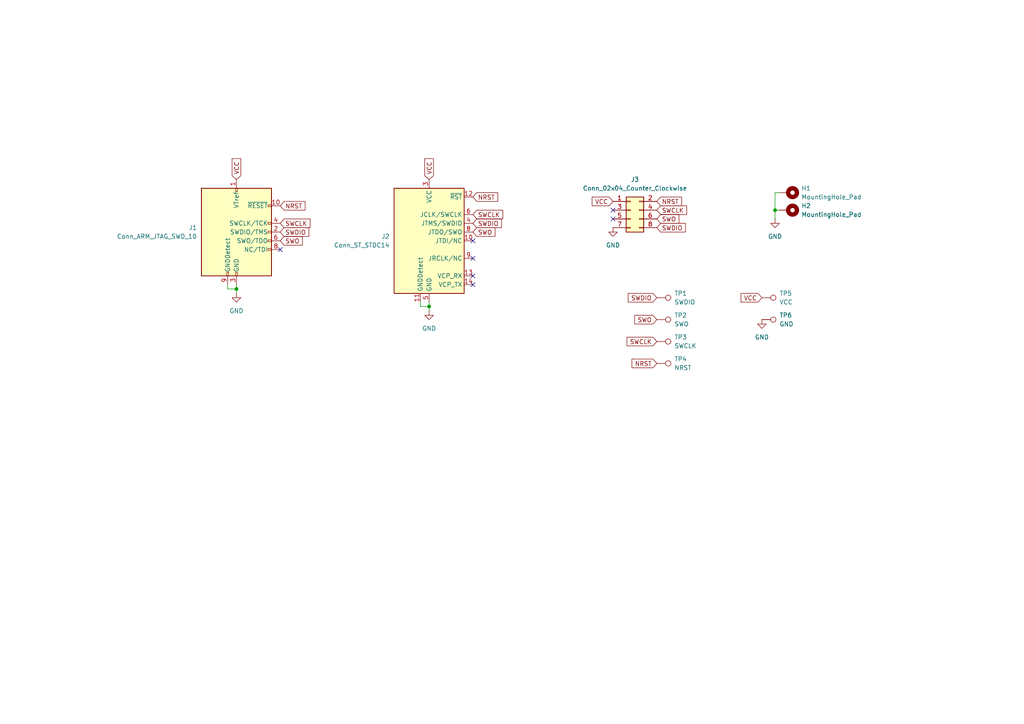
<source format=kicad_sch>
(kicad_sch (version 20231120) (generator "eeschema") (generator_version "8.0")
  (paper "A4")
  (lib_symbols
    (symbol "Connector:Conn_ARM_JTAG_SWD_10" (pin_names (offset 1.016))
      (property "Reference" "J" (at -2.54 16.51 0))
      (property "Value" "Conn_ARM_JTAG_SWD_10" (at -2.54 13.97 0))
      (symbol "Conn_ARM_JTAG_SWD_10_0_1"
        (rectangle (start -10.16 12.7) (end 10.16 -12.7) (stroke (width 0.254)) (fill (type background)))
        (rectangle (start -2.794 -12.7) (end -2.286 -11.684))
        (rectangle (start -0.254 -12.7) (end 0.254 -11.684))
        (rectangle (start -0.254 12.7) (end 0.254 11.684))
        (rectangle (start 9.144 2.286) (end 10.16 2.794))
        (rectangle (start 10.16 -2.794) (end 9.144 -2.286))
        (rectangle (start 10.16 -0.254) (end 9.144 0.254))
        (rectangle (start 10.16 7.874) (end 9.144 7.366))
      )
      (symbol "Conn_ARM_JTAG_SWD_10_1_1"
        (rectangle (start 9.144 -5.334) (end 10.16 -4.826))
        (pin power_in line (at 0 15.24 270) (length 2.54) (name "VTref") (number "1"))
        (pin open_collector line (at 12.7 7.62 180) (length 2.54) (name "~{RESET}") (number "10"))
        (pin bidirectional line (at 12.7 0 180) (length 2.54) (name "SWDIO/TMS") (number "2"))
        (pin power_in line (at 0 -15.24 90) (length 2.54) (name "GND") (number "3"))
        (pin output line (at 12.7 2.54 180) (length 2.54) (name "SWCLK/TCK") (number "4"))
        (pin passive line (at 0 -15.24 90) (length 2.54) hide (name "GND") (number "5"))
        (pin input line (at 12.7 -2.54 180) (length 2.54) (name "SWO/TDO") (number "6"))
        (pin no_connect line (at -10.16 0 0) (length 2.54) hide (name "KEY") (number "7"))
        (pin output line (at 12.7 -5.08 180) (length 2.54) (name "NC/TDI") (number "8"))
        (pin passive line (at -2.54 -15.24 90) (length 2.54) (name "GNDDetect") (number "9"))
      )
    )
    (symbol "Connector:Conn_ST_STDC14"
      (property "Reference" "J" (at -8.89 16.51 0))
      (property "Value" "Conn_ST_STDC14" (at 17.78 16.51 0))
      (symbol "Conn_ST_STDC14_0_1"
        (rectangle (start -10.16 15.24) (end 10.16 -15.24) (stroke (width 0.254)) (fill (type background)))
      )
      (symbol "Conn_ST_STDC14_1_1"
        (pin no_connect line (at -10.16 5.08 0) (length 2.54) hide (name "NC") (number "1"))
        (pin output line (at 12.7 0 180) (length 2.54) (name "JTDI/NC") (number "10"))
        (pin passive line (at -2.54 -17.78 90) (length 2.54) (name "GNDDetect") (number "11"))
        (pin open_collector line (at 12.7 12.7 180) (length 2.54) (name "~{RST}") (number "12"))
        (pin output line (at 12.7 -10.16 180) (length 2.54) (name "VCP_RX") (number "13"))
        (pin input line (at 12.7 -12.7 180) (length 2.54) (name "VCP_TX") (number "14"))
        (pin no_connect line (at -10.16 2.54 0) (length 2.54) hide (name "NC") (number "2"))
        (pin power_in line (at 0 17.78 270) (length 2.54) (name "VCC") (number "3"))
        (pin bidirectional line (at 12.7 5.08 180) (length 2.54) (name "JTMS/SWDIO") (number "4"))
        (pin power_in line (at 0 -17.78 90) (length 2.54) (name "GND") (number "5"))
        (pin output line (at 12.7 7.62 180) (length 2.54) (name "JCLK/SWCLK") (number "6"))
        (pin passive line (at 0 -17.78 90) (length 2.54) hide (name "GND") (number "7"))
        (pin input line (at 12.7 2.54 180) (length 2.54) (name "JTDO/SWO") (number "8"))
        (pin input line (at 12.7 -5.08 180) (length 2.54) (name "JRCLK/NC") (number "9"))
      )
    )
    (symbol "Connector:TestPoint" (pin_numbers hide) (pin_names (offset 0.762) hide)
      (property "Reference" "TP" (at 0 6.858 0))
      (property "Value" "TestPoint" (at 0 5.08 0))
      (symbol "TestPoint_0_1"
        (circle (center 0 3.302) (radius 0.762))
      )
      (symbol "TestPoint_1_1"
        (pin passive line (at 0 0 90) (length 2.54) (name "1") (number "1"))
      )
    )
    (symbol "Connector_Generic:Conn_02x04_Odd_Even" (pin_names (offset 1.016) hide)
      (property "Reference" "J" (at 1.27 5.08 0))
      (property "Value" "Conn_02x04_Odd_Even" (at 1.27 -7.62 0))
      (symbol "Conn_02x04_Odd_Even_1_1"
        (rectangle (start -1.27 -4.953) (end 0 -5.207) (stroke (width 0.1524)))
        (rectangle (start -1.27 -2.413) (end 0 -2.667) (stroke (width 0.1524)))
        (rectangle (start -1.27 0.127) (end 0 -0.127) (stroke (width 0.1524)))
        (rectangle (start -1.27 2.667) (end 0 2.413) (stroke (width 0.1524)))
        (rectangle (start -1.27 3.81) (end 3.81 -6.35) (stroke (width 0.254)) (fill (type background)))
        (rectangle (start 3.81 -4.953) (end 2.54 -5.207) (stroke (width 0.1524)))
        (rectangle (start 3.81 -2.413) (end 2.54 -2.667) (stroke (width 0.1524)))
        (rectangle (start 3.81 0.127) (end 2.54 -0.127) (stroke (width 0.1524)))
        (rectangle (start 3.81 2.667) (end 2.54 2.413) (stroke (width 0.1524)))
        (pin passive line (at -5.08 2.54 0) (length 3.81) (name "Pin_1") (number "1"))
        (pin passive line (at 7.62 2.54 180) (length 3.81) (name "Pin_2") (number "2"))
        (pin passive line (at -5.08 0 0) (length 3.81) (name "Pin_3") (number "3"))
        (pin passive line (at 7.62 0 180) (length 3.81) (name "Pin_4") (number "4"))
        (pin passive line (at -5.08 -2.54 0) (length 3.81) (name "Pin_5") (number "5"))
        (pin passive line (at 7.62 -2.54 180) (length 3.81) (name "Pin_6") (number "6"))
        (pin passive line (at -5.08 -5.08 0) (length 3.81) (name "Pin_7") (number "7"))
        (pin passive line (at 7.62 -5.08 180) (length 3.81) (name "Pin_8") (number "8"))
      )
    )
    (symbol "Mechanical:MountingHole_Pad" (pin_numbers hide) (pin_names (offset 1.016) hide) (exclude_from_sim yes) (in_bom no)
      (property "Reference" "H" (at 0 6.35 0))
      (property "Value" "MountingHole_Pad" (at 0 4.445 0))
      (symbol "MountingHole_Pad_0_1"
        (circle (center 0 1.27) (radius 1.27) (stroke (width 1.27)))
      )
      (symbol "MountingHole_Pad_1_1"
        (pin input line (at 0 -2.54 90) (length 2.54) (name "1") (number "1"))
      )
    )
    (symbol "power:GND" (power) (pin_numbers hide) (pin_names (offset 0) hide)
      (property "Value" "GND" (at 0 -3.81 0))
      (symbol "GND_0_1"
        (polyline (pts (xy 0 0) (xy 0 -1.27) (xy 1.27 -1.27) (xy 0 -2.54) (xy -1.27 -1.27) (xy 0 -1.27)))
      )
      (symbol "GND_1_1"
        (pin power_in line (at 0 0 270) (length 0) (name "~") (number "1"))
      )
    )
  )
  (junction (at 224.79 60.96))
  (junction (at 68.58 83.82))
  (junction (at 124.46 88.9))
  (no_connect (at 137.16 80.01))
  (no_connect (at 137.16 69.85))
  (no_connect (at 81.28 72.39))
  (no_connect (at 177.8 63.5))
  (no_connect (at 137.16 74.93))
  (no_connect (at 177.8 60.96))
  (no_connect (at 137.16 82.55))
  (wire (pts (xy 68.58 82.55) (xy 68.58 83.82)))
  (wire (pts (xy 226.06 55.88) (xy 224.79 55.88)))
  (wire (pts (xy 224.79 55.88) (xy 224.79 60.96)))
  (wire (pts (xy 121.92 87.63) (xy 121.92 88.9)))
  (wire (pts (xy 224.79 60.96) (xy 224.79 63.5)))
  (wire (pts (xy 66.04 82.55) (xy 66.04 83.82)))
  (wire (pts (xy 68.58 83.82) (xy 66.04 83.82)))
  (wire (pts (xy 124.46 88.9) (xy 121.92 88.9)))
  (wire (pts (xy 224.79 60.96) (xy 226.06 60.96)))
  (wire (pts (xy 124.46 88.9) (xy 124.46 90.17)))
  (wire (pts (xy 68.58 85.09) (xy 68.58 83.82)))
  (wire (pts (xy 124.46 87.63) (xy 124.46 88.9)))
  (global_label "NRST" (shape input) (at 190.5 58.42 0) (property "Intersheetrefs" "${INTERSHEET_REFS}" (effects (hide yes))))
  (global_label "SWCLK" (shape input) (at 81.28 64.77 0) (property "Intersheetrefs" "${INTERSHEET_REFS}" (effects (hide yes))))
  (global_label "NRST" (shape input) (at 137.16 57.15 0) (property "Intersheetrefs" "${INTERSHEET_REFS}" (effects (hide yes))))
  (global_label "VCC" (shape input) (at 124.46 52.07 90) (property "Intersheetrefs" "${INTERSHEET_REFS}" (effects (hide yes))))
  (global_label "SWO" (shape input) (at 190.5 63.5 0) (property "Intersheetrefs" "${INTERSHEET_REFS}" (effects (hide yes))))
  (global_label "SWCLK" (shape input) (at 137.16 62.23 0) (property "Intersheetrefs" "${INTERSHEET_REFS}" (effects (hide yes))))
  (global_label "SWDIO" (shape input) (at 137.16 64.77 0) (property "Intersheetrefs" "${INTERSHEET_REFS}" (effects (hide yes))))
  (global_label "VCC" (shape input) (at 220.98 86.36 180) (property "Intersheetrefs" "${INTERSHEET_REFS}" (effects (hide yes))))
  (global_label "NRST" (shape input) (at 81.28 59.69 0) (property "Intersheetrefs" "${INTERSHEET_REFS}" (effects (hide yes))))
  (global_label "VCC" (shape input) (at 68.58 52.07 90) (property "Intersheetrefs" "${INTERSHEET_REFS}" (effects (hide yes))))
  (global_label "SWO" (shape input) (at 81.28 69.85 0) (property "Intersheetrefs" "${INTERSHEET_REFS}" (effects (hide yes))))
  (global_label "SWO" (shape input) (at 190.5 92.71 180) (property "Intersheetrefs" "${INTERSHEET_REFS}" (effects (hide yes))))
  (global_label "SWDIO" (shape input) (at 81.28 67.31 0) (property "Intersheetrefs" "${INTERSHEET_REFS}" (effects (hide yes))))
  (global_label "SWO" (shape input) (at 137.16 67.31 0) (property "Intersheetrefs" "${INTERSHEET_REFS}" (effects (hide yes))))
  (global_label "NRST" (shape input) (at 190.5 105.41 180) (property "Intersheetrefs" "${INTERSHEET_REFS}" (effects (hide yes))))
  (global_label "SWDIO" (shape input) (at 190.5 86.36 180) (property "Intersheetrefs" "${INTERSHEET_REFS}" (effects (hide yes))))
  (global_label "SWDIO" (shape input) (at 190.5 66.04 0) (property "Intersheetrefs" "${INTERSHEET_REFS}" (effects (hide yes))))
  (global_label "SWCLK" (shape input) (at 190.5 99.06 180) (property "Intersheetrefs" "${INTERSHEET_REFS}" (effects (hide yes))))
  (global_label "SWCLK" (shape input) (at 190.5 60.96 0) (property "Intersheetrefs" "${INTERSHEET_REFS}" (effects (hide yes))))
  (global_label "VCC" (shape input) (at 177.8 58.42 180) (property "Intersheetrefs" "${INTERSHEET_REFS}" (effects (hide yes))))
  (symbol (lib_id "Connector:Conn_ARM_JTAG_SWD_10") (at 68.58 67.31 0) (unit 1)
    (property "Reference" "J1" (at 57.15 66.0399 0) (effects (justify right)))
    (property "Value" "Conn_ARM_JTAG_SWD_10" (at 57.15 68.5799 0) (effects (justify right)))
    (property "Footprint" "Connector_IDC:IDC-Header_2x05_P2.54mm_Vertical" (effects (hide yes)))
    (property "Datasheet" "http://infocenter.arm.com/help/topic/com.arm.doc.ddi0314h/DDI0314H_coresight_components_trm.pdf" (effects (hide yes)))
    (property "Description" "Cortex Debug Connector, standard ARM Cortex-M SWD and JTAG interface" (effects (hide yes)))
  )
  (symbol (lib_id "Connector:TestPoint") (at 220.98 86.36 270) (unit 1)
    (property "Reference" "TP5" (at 226.06 85.0899 90) (effects (justify left)))
    (property "Value" "VCC" (at 226.06 87.6299 90) (effects (justify left)))
    (property "Footprint" "TestPoint:TestPoint_Pad_D1.0mm" (effects (hide yes)))
    (property "Description" "test point" (effects (hide yes)))
  )
  (symbol (lib_id "Connector:Conn_ST_STDC14") (at 124.46 69.85 0) (unit 1)
    (property "Reference" "J2" (at 113.03 68.5799 0) (effects (justify right)))
    (property "Value" "Conn_ST_STDC14" (at 113.03 71.1199 0) (effects (justify right)))
    (property "Footprint" "Connector_PinSocket_1.27mm:PinSocket_2x07_P1.27mm_Vertical_SMD" (effects (hide yes)))
    (property "Datasheet" "https://www.st.com/content/ccc/resource/technical/document/user_manual/group1/99/49/91/b6/b2/3a/46/e5/DM00526767/files/DM00526767.pdf/jcr:content/translations/en.DM00526767.pdf" (effects (hide yes)))
    (property "Description" "ST Debug Connector, standard ARM Cortex-M SWD and JTAG interface plus UART" (effects (hide yes)))
  )
  (symbol (lib_id "Connector:TestPoint") (at 190.5 99.06 270) (unit 1)
    (property "Reference" "TP3" (at 195.58 97.7899 90) (effects (justify left)))
    (property "Value" "SWCLK" (at 195.58 100.3299 90) (effects (justify left)))
    (property "Footprint" "TestPoint:TestPoint_Pad_D1.0mm" (effects (hide yes)))
    (property "Description" "test point" (effects (hide yes)))
  )
  (symbol (lib_id "Connector:TestPoint") (at 190.5 86.36 270) (unit 1)
    (property "Reference" "TP1" (at 195.58 85.0899 90) (effects (justify left)))
    (property "Value" "SWDIO" (at 195.58 87.6299 90) (effects (justify left)))
    (property "Footprint" "TestPoint:TestPoint_Pad_D1.0mm" (effects (hide yes)))
    (property "Description" "test point" (effects (hide yes)))
  )
  (symbol (lib_id "Connector_Generic:Conn_02x04_Odd_Even") (at 182.88 60.96 0) (unit 1)
    (property "Reference" "J3" (at 184.15 52.07 0))
    (property "Value" "Conn_02x04_Counter_Clockwise" (at 184.15 54.61 0))
    (property "Footprint" "Connector_IDC:IDC-Header_2x04_P2.54mm_Vertical" (effects (hide yes)))
    (property "Description" "Generic connector, double row, 02x04, odd/even pin numbering scheme (row 1 odd numbers, row 2 even numbers), script generated (kicad-library-utils/schlib/autogen/connector/)" (effects (hide yes)))
  )
  (symbol (lib_id "Mechanical:MountingHole_Pad") (at 228.6 55.88 270) (unit 1) (exclude_from_sim yes) (in_bom no)
    (property "Reference" "H1" (at 232.41 54.6099 90) (effects (justify left)))
    (property "Value" "MountingHole_Pad" (at 232.41 57.1499 90) (effects (justify left)))
    (property "Footprint" "MountingHole:MountingHole_2.7mm_M2.5_Pad" (effects (hide yes)))
    (property "Description" "Mounting Hole with connection" (effects (hide yes)))
  )
  (symbol (lib_id "Connector:TestPoint") (at 190.5 92.71 270) (unit 1)
    (property "Reference" "TP2" (at 195.58 91.4399 90) (effects (justify left)))
    (property "Value" "SWO" (at 195.58 93.9799 90) (effects (justify left)))
    (property "Footprint" "TestPoint:TestPoint_Pad_D1.0mm" (effects (hide yes)))
    (property "Description" "test point" (effects (hide yes)))
  )
  (symbol (lib_id "Connector:TestPoint") (at 220.98 92.71 270) (unit 1)
    (property "Reference" "TP6" (at 226.06 91.4399 90) (effects (justify left)))
    (property "Value" "GND" (at 226.06 93.9799 90) (effects (justify left)))
    (property "Footprint" "TestPoint:TestPoint_Pad_D1.0mm" (effects (hide yes)))
    (property "Description" "test point" (effects (hide yes)))
  )
  (symbol (lib_id "power:GND") (at 124.46 90.17 0) (unit 1)
    (property "Reference" "#PWR03" (effects (hide yes)))
    (property "Value" "GND" (at 124.46 95.25 0))
    (property "Description" "Power symbol creates a global label with name \"GND\" , ground" (effects (hide yes)))
  )
  (symbol (lib_id "power:GND") (at 224.79 63.5 0) (unit 1)
    (property "Reference" "#PWR01" (effects (hide yes)))
    (property "Value" "GND" (at 224.79 68.58 0))
    (property "Description" "Power symbol creates a global label with name \"GND\" , ground" (effects (hide yes)))
  )
  (symbol (lib_id "power:GND") (at 177.8 66.04 0) (unit 1)
    (property "Reference" "#PWR02" (effects (hide yes)))
    (property "Value" "GND" (at 177.8 71.12 0))
    (property "Description" "Power symbol creates a global label with name \"GND\" , ground" (effects (hide yes)))
  )
  (symbol (lib_id "power:GND") (at 68.58 85.09 0) (unit 1)
    (property "Reference" "#PWR04" (effects (hide yes)))
    (property "Value" "GND" (at 68.58 90.17 0))
    (property "Description" "Power symbol creates a global label with name \"GND\" , ground" (effects (hide yes)))
  )
  (symbol (lib_id "power:GND") (at 220.98 92.71 0) (unit 1)
    (property "Reference" "#PWR05" (effects (hide yes)))
    (property "Value" "GND" (at 220.98 97.79 0))
    (property "Description" "Power symbol creates a global label with name \"GND\" , ground" (effects (hide yes)))
  )
  (symbol (lib_id "Connector:TestPoint") (at 190.5 105.41 270) (unit 1)
    (property "Reference" "TP4" (at 195.58 104.1399 90) (effects (justify left)))
    (property "Value" "NRST" (at 195.58 106.6799 90) (effects (justify left)))
    (property "Footprint" "TestPoint:TestPoint_Pad_D1.0mm" (effects (hide yes)))
    (property "Description" "test point" (effects (hide yes)))
  )
  (symbol (lib_id "Mechanical:MountingHole_Pad") (at 228.6 60.96 270) (unit 1) (exclude_from_sim yes) (in_bom no)
    (property "Reference" "H2" (at 232.41 59.6899 90) (effects (justify left)))
    (property "Value" "MountingHole_Pad" (at 232.41 62.2299 90) (effects (justify left)))
    (property "Footprint" "MountingHole:MountingHole_2.7mm_M2.5_Pad" (effects (hide yes)))
    (property "Description" "Mounting Hole with connection" (effects (hide yes)))
  )
)
</source>
